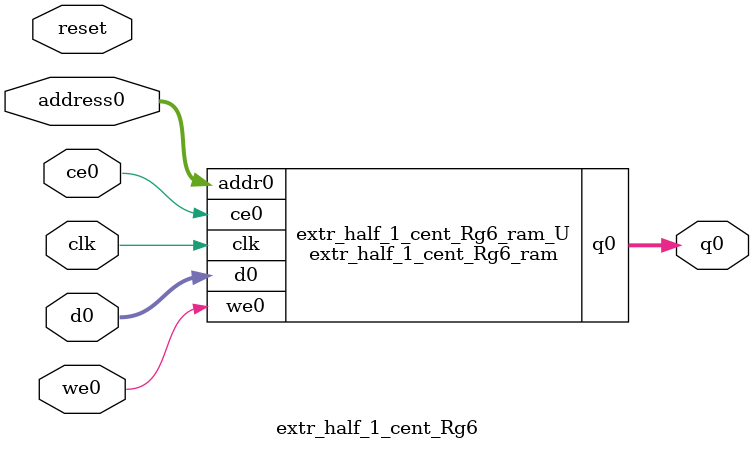
<source format=v>
`timescale 1 ns / 1 ps
module extr_half_1_cent_Rg6_ram (addr0, ce0, d0, we0, q0,  clk);

parameter DWIDTH = 8;
parameter AWIDTH = 10;
parameter MEM_SIZE = 736;

input[AWIDTH-1:0] addr0;
input ce0;
input[DWIDTH-1:0] d0;
input we0;
output reg[DWIDTH-1:0] q0;
input clk;

(* ram_style = "block" *)reg [DWIDTH-1:0] ram[0:MEM_SIZE-1];




always @(posedge clk)  
begin 
    if (ce0) begin
        if (we0) 
            ram[addr0] <= d0; 
        q0 <= ram[addr0];
    end
end


endmodule

`timescale 1 ns / 1 ps
module extr_half_1_cent_Rg6(
    reset,
    clk,
    address0,
    ce0,
    we0,
    d0,
    q0);

parameter DataWidth = 32'd8;
parameter AddressRange = 32'd736;
parameter AddressWidth = 32'd10;
input reset;
input clk;
input[AddressWidth - 1:0] address0;
input ce0;
input we0;
input[DataWidth - 1:0] d0;
output[DataWidth - 1:0] q0;



extr_half_1_cent_Rg6_ram extr_half_1_cent_Rg6_ram_U(
    .clk( clk ),
    .addr0( address0 ),
    .ce0( ce0 ),
    .we0( we0 ),
    .d0( d0 ),
    .q0( q0 ));

endmodule


</source>
